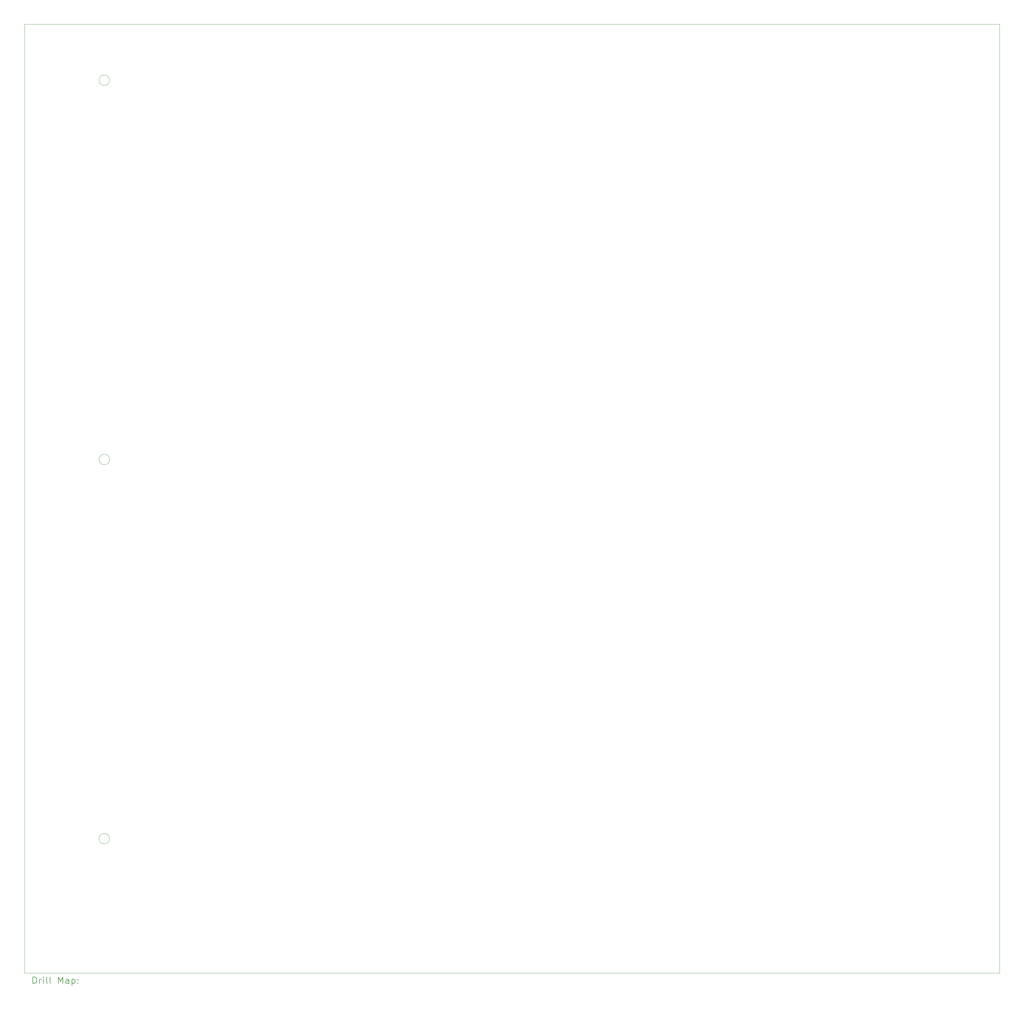
<source format=gbr>
%TF.GenerationSoftware,KiCad,Pcbnew,(6.0.8-1)-1*%
%TF.CreationDate,2024-05-08T14:48:27-04:00*%
%TF.ProjectId,Untitled,556e7469-746c-4656-942e-6b696361645f,rev?*%
%TF.SameCoordinates,Original*%
%TF.FileFunction,Drillmap*%
%TF.FilePolarity,Positive*%
%FSLAX45Y45*%
G04 Gerber Fmt 4.5, Leading zero omitted, Abs format (unit mm)*
G04 Created by KiCad (PCBNEW (6.0.8-1)-1) date 2024-05-08 14:48:27*
%MOMM*%
%LPD*%
G01*
G04 APERTURE LIST*
%ADD10C,0.100000*%
%ADD11C,0.200000*%
G04 APERTURE END LIST*
D10*
X7160000Y-28116000D02*
G75*
G03*
X7160000Y-28116000I-160000J0D01*
G01*
X4572000Y-3291000D02*
X34272000Y-3291000D01*
X34272000Y-3291000D02*
X34272000Y-32211000D01*
X34272000Y-32211000D02*
X4572000Y-32211000D01*
X4572000Y-32211000D02*
X4572000Y-3291000D01*
X7160000Y-16556000D02*
G75*
G03*
X7160000Y-16556000I-160000J0D01*
G01*
X7160000Y-4996000D02*
G75*
G03*
X7160000Y-4996000I-160000J0D01*
G01*
D11*
X4824619Y-32526476D02*
X4824619Y-32326476D01*
X4872238Y-32326476D01*
X4900810Y-32336000D01*
X4919857Y-32355048D01*
X4929381Y-32374095D01*
X4938905Y-32412190D01*
X4938905Y-32440762D01*
X4929381Y-32478857D01*
X4919857Y-32497905D01*
X4900810Y-32516952D01*
X4872238Y-32526476D01*
X4824619Y-32526476D01*
X5024619Y-32526476D02*
X5024619Y-32393143D01*
X5024619Y-32431238D02*
X5034143Y-32412190D01*
X5043667Y-32402667D01*
X5062714Y-32393143D01*
X5081762Y-32393143D01*
X5148429Y-32526476D02*
X5148429Y-32393143D01*
X5148429Y-32326476D02*
X5138905Y-32336000D01*
X5148429Y-32345524D01*
X5157952Y-32336000D01*
X5148429Y-32326476D01*
X5148429Y-32345524D01*
X5272238Y-32526476D02*
X5253190Y-32516952D01*
X5243667Y-32497905D01*
X5243667Y-32326476D01*
X5377000Y-32526476D02*
X5357952Y-32516952D01*
X5348429Y-32497905D01*
X5348429Y-32326476D01*
X5605571Y-32526476D02*
X5605571Y-32326476D01*
X5672238Y-32469333D01*
X5738905Y-32326476D01*
X5738905Y-32526476D01*
X5919857Y-32526476D02*
X5919857Y-32421714D01*
X5910333Y-32402667D01*
X5891286Y-32393143D01*
X5853190Y-32393143D01*
X5834143Y-32402667D01*
X5919857Y-32516952D02*
X5900809Y-32526476D01*
X5853190Y-32526476D01*
X5834143Y-32516952D01*
X5824619Y-32497905D01*
X5824619Y-32478857D01*
X5834143Y-32459809D01*
X5853190Y-32450286D01*
X5900809Y-32450286D01*
X5919857Y-32440762D01*
X6015095Y-32393143D02*
X6015095Y-32593143D01*
X6015095Y-32402667D02*
X6034143Y-32393143D01*
X6072238Y-32393143D01*
X6091286Y-32402667D01*
X6100809Y-32412190D01*
X6110333Y-32431238D01*
X6110333Y-32488381D01*
X6100809Y-32507428D01*
X6091286Y-32516952D01*
X6072238Y-32526476D01*
X6034143Y-32526476D01*
X6015095Y-32516952D01*
X6196048Y-32507428D02*
X6205571Y-32516952D01*
X6196048Y-32526476D01*
X6186524Y-32516952D01*
X6196048Y-32507428D01*
X6196048Y-32526476D01*
X6196048Y-32402667D02*
X6205571Y-32412190D01*
X6196048Y-32421714D01*
X6186524Y-32412190D01*
X6196048Y-32402667D01*
X6196048Y-32421714D01*
M02*

</source>
